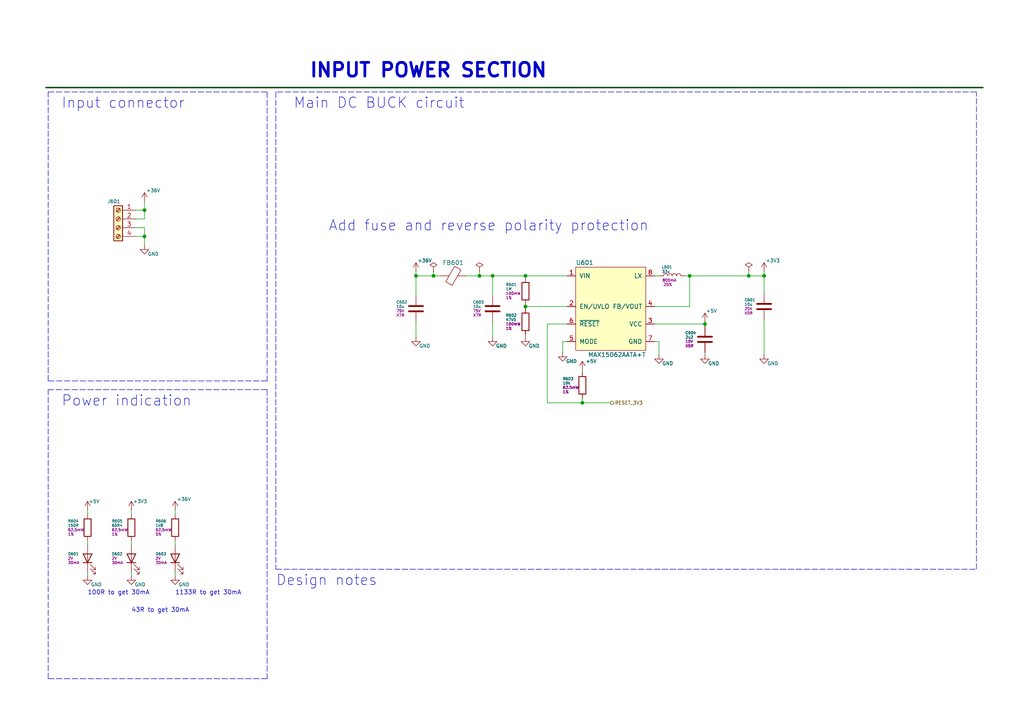
<source format=kicad_sch>
(kicad_sch (version 20211123) (generator eeschema)
  (paper "A4")
  (title_block (title "TMC6200-TA-T Eval Board") (date "2021-09-03") (rev "${REVISION}") (company "${COMPANY}") (comment 1 "${ENGINEER}") (comment 2 "${PHONE_NUMBER}") (comment 3 "${EMAIL}") (comment 4 "${SENTENCE}"))
  (lib_symbols
    (symbol "Connector:Screw_Terminal_01x04" (pin_names (offset 1.016) hide)
      (property "Reference" "J" (at 0 5.08 0))
      (property "Value" "Screw_Terminal_01x04" (at 0 -7.62 0))
      (symbol "Screw_Terminal_01x04_1_1"
        (rectangle (start -1.27 3.81) (end 1.27 -6.35) (stroke (width 0.254)) (fill (type background)))
        (circle (center 0 -5.08) (radius 0.635) (stroke (width 0.1524)))
        (circle (center 0 -2.54) (radius 0.635) (stroke (width 0.1524)))
        (polyline (pts (xy -0.5334 -4.7498) (xy 0.3302 -5.588)) (stroke (width 0.1524)))
        (polyline (pts (xy -0.5334 -2.2098) (xy 0.3302 -3.048)) (stroke (width 0.1524)))
        (polyline (pts (xy -0.5334 0.3302) (xy 0.3302 -0.508)) (stroke (width 0.1524)))
        (polyline (pts (xy -0.5334 2.8702) (xy 0.3302 2.032)) (stroke (width 0.1524)))
        (polyline (pts (xy -0.3556 -4.572) (xy 0.508 -5.4102)) (stroke (width 0.1524)))
        (polyline (pts (xy -0.3556 -2.032) (xy 0.508 -2.8702)) (stroke (width 0.1524)))
        (polyline (pts (xy -0.3556 0.508) (xy 0.508 -0.3302)) (stroke (width 0.1524)))
        (polyline (pts (xy -0.3556 3.048) (xy 0.508 2.2098)) (stroke (width 0.1524)))
        (circle (center 0 0) (radius 0.635) (stroke (width 0.1524)))
        (circle (center 0 2.54) (radius 0.635) (stroke (width 0.1524)))
        (pin passive line (at -5.08 2.54 0) (length 3.81) (name "Pin_1") (number "1"))
        (pin passive line (at -5.08 0 0) (length 3.81) (name "Pin_2") (number "2"))
        (pin passive line (at -5.08 -2.54 0) (length 3.81) (name "Pin_3") (number "3"))
        (pin passive line (at -5.08 -5.08 0) (length 3.81) (name "Pin_4") (number "4"))
      )
    )
    (symbol "Device:C" (pin_numbers hide) (pin_names (offset 0.254))
      (property "Reference" "C" (at 0.635 2.54 0))
      (property "Value" "C" (at 0.635 -2.54 0))
      (symbol "C_0_1"
        (polyline (pts (xy -2.032 -0.762) (xy 2.032 -0.762)) (stroke (width 0.508)))
        (polyline (pts (xy -2.032 0.762) (xy 2.032 0.762)) (stroke (width 0.508)))
      )
      (symbol "C_1_1"
        (pin passive line (at 0 3.81 270) (length 2.794) (name "~") (number "1"))
        (pin passive line (at 0 -3.81 90) (length 2.794) (name "~") (number "2"))
      )
    )
    (symbol "Device:Ferrite_Bead" (pin_numbers hide) (pin_names (offset 0))
      (property "Reference" "FB" (at -3.81 0.635 90))
      (property "Value" "Device_Ferrite_Bead" (at 3.81 0 90))
      (symbol "Ferrite_Bead_0_1"
        (polyline (pts (xy 0 -1.27) (xy 0 -1.2192)))
        (polyline (pts (xy 0 1.27) (xy 0 1.2954)))
        (polyline (pts (xy -2.7686 0.4064) (xy -1.7018 2.2606) (xy 2.7686 -0.3048) (xy 1.6764 -2.159) (xy -2.7686 0.4064)))
      )
      (symbol "Ferrite_Bead_1_1"
        (pin passive line (at 0 3.81 270) (length 2.54) (name "~") (number "1"))
        (pin passive line (at 0 -3.81 90) (length 2.54) (name "~") (number "2"))
      )
    )
    (symbol "Device:L" (pin_numbers hide) (pin_names (offset 1.016) hide)
      (property "Reference" "L" (at -1.27 0 90))
      (property "Value" "L" (at 1.905 0 90))
      (symbol "L_0_1"
        (arc (start 0 -2.54) (mid 0.635 -1.905) (end 0 -1.27))
        (arc (start 0 -1.27) (mid 0.635 -0.635) (end 0 0))
        (arc (start 0 0) (mid 0.635 0.635) (end 0 1.27))
        (arc (start 0 1.27) (mid 0.635 1.905) (end 0 2.54))
      )
      (symbol "L_1_1"
        (pin passive line (at 0 3.81 270) (length 1.27) (name "1") (number "1"))
        (pin passive line (at 0 -3.81 90) (length 1.27) (name "2") (number "2"))
      )
    )
    (symbol "Device:LED" (pin_numbers hide) (pin_names (offset 1.016) hide)
      (property "Reference" "D" (at 0 2.54 0))
      (property "Value" "LED" (at 0 -2.54 0))
      (symbol "LED_0_1"
        (polyline (pts (xy -1.27 -1.27) (xy -1.27 1.27)) (stroke (width 0.254)))
        (polyline (pts (xy -1.27 0) (xy 1.27 0)))
        (polyline (pts (xy 1.27 -1.27) (xy 1.27 1.27) (xy -1.27 0) (xy 1.27 -1.27)) (stroke (width 0.254)))
        (polyline (pts (xy -3.048 -0.762) (xy -4.572 -2.286) (xy -3.81 -2.286) (xy -4.572 -2.286) (xy -4.572 -1.524)))
        (polyline (pts (xy -1.778 -0.762) (xy -3.302 -2.286) (xy -2.54 -2.286) (xy -3.302 -2.286) (xy -3.302 -1.524)))
      )
      (symbol "LED_1_1"
        (pin passive line (at -3.81 0 0) (length 2.54) (name "K") (number "1"))
        (pin passive line (at 3.81 0 180) (length 2.54) (name "A") (number "2"))
      )
    )
    (symbol "Device:R" (pin_numbers hide) (pin_names (offset 0))
      (property "Reference" "R" (at 2.032 0 90))
      (property "Value" "R" (at 0 0 90))
      (symbol "R_0_1"
        (rectangle (start -1.016 -2.54) (end 1.016 2.54) (stroke (width 0.254)))
      )
      (symbol "R_1_1"
        (pin passive line (at 0 3.81 270) (length 1.27) (name "~") (number "1"))
        (pin passive line (at 0 -3.81 90) (length 1.27) (name "~") (number "2"))
      )
    )
    (symbol "E-Load-cache:power_PWR_FLAG" (power) (pin_numbers hide) (pin_names (offset 0) hide)
      (property "Value" "power_PWR_FLAG" (at 0 3.81 0))
      (symbol "power_PWR_FLAG_0_0"
        (pin power_out line (at 0 0 90) (length 0) (name "pwr") (number "1"))
      )
      (symbol "power_PWR_FLAG_0_1"
        (polyline (pts (xy 0 0) (xy 0 1.27) (xy -1.016 1.905) (xy 0 2.54) (xy 1.016 1.905) (xy 0 1.27)))
      )
    )
    (symbol "eval_board_tmc6200-ta-rescue:MAX15062BATA+T-eval_board_tmc6200-ta" (pin_names (offset 1.016))
      (property "Reference" "U" (at 0 1.27 0))
      (property "Value" "MAX15062BATA+T-eval_board_tmc6200-ta" (at 20.32 -25.4 0))
      (symbol "MAX15062BATA+T-eval_board_tmc6200-ta_0_1"
        (rectangle (start 0 0) (end 20.32 -24.13) (fill (type background)))
      )
      (symbol "MAX15062BATA+T-eval_board_tmc6200-ta_1_1"
        (pin power_in line (at -2.54 -2.54 0) (length 2.54) (name "VIN") (number "1"))
        (pin input line (at -2.54 -11.43 0) (length 2.54) (name "EN/UVLO") (number "2"))
        (pin power_out line (at 22.86 -16.51 180) (length 2.54) (name "VCC") (number "3"))
        (pin input line (at 22.86 -11.43 180) (length 2.54) (name "FB/VOUT") (number "4"))
        (pin input line (at -2.54 -21.59 0) (length 2.54) (name "MODE") (number "5"))
        (pin open_collector line (at -2.54 -16.51 0) (length 2.54) (name "~{RESET}") (number "6"))
        (pin power_in line (at 22.86 -21.59 180) (length 2.54) (name "GND") (number "7"))
        (pin power_out line (at 22.86 -2.54 180) (length 2.54) (name "LX") (number "8"))
      )
    )
    (symbol "power:+3.3V" (power) (pin_names (offset 0))
      (property "Value" "+3.3V" (at 0 3.556 0))
      (symbol "+3.3V_0_1"
        (polyline (pts (xy -0.762 1.27) (xy 0 2.54)))
        (polyline (pts (xy 0 0) (xy 0 2.54)))
        (polyline (pts (xy 0 2.54) (xy 0.762 1.27)))
      )
      (symbol "+3.3V_1_1"
        (pin power_in line (at 0 0 90) (length 0) hide (name "+3V3") (number "1"))
      )
    )
    (symbol "power:+36V" (power) (pin_names (offset 0))
      (property "Value" "+36V" (at 0 3.556 0))
      (symbol "+36V_0_1"
        (polyline (pts (xy -0.762 1.27) (xy 0 2.54)))
        (polyline (pts (xy 0 0) (xy 0 2.54)))
        (polyline (pts (xy 0 2.54) (xy 0.762 1.27)))
      )
      (symbol "+36V_1_1"
        (pin power_in line (at 0 0 90) (length 0) hide (name "+36V") (number "1"))
      )
    )
    (symbol "power:+5V" (power) (pin_names (offset 0))
      (property "Value" "+5V" (at 0 3.556 0))
      (symbol "+5V_0_1"
        (polyline (pts (xy -0.762 1.27) (xy 0 2.54)))
        (polyline (pts (xy 0 0) (xy 0 2.54)))
        (polyline (pts (xy 0 2.54) (xy 0.762 1.27)))
      )
      (symbol "+5V_1_1"
        (pin power_in line (at 0 0 90) (length 0) hide (name "+5V") (number "1"))
      )
    )
    (symbol "power:GND" (power) (pin_names (offset 0))
      (property "Value" "GND" (at 0 -3.81 0))
      (symbol "GND_0_1"
        (polyline (pts (xy 0 0) (xy 0 -1.27) (xy 1.27 -1.27) (xy 0 -2.54) (xy -1.27 -1.27) (xy 0 -1.27)))
      )
      (symbol "GND_1_1"
        (pin power_in line (at 0 0 270) (length 0) hide (name "GND") (number "1"))
      )
    )
  )
  (junction (at 221.615 80.01))
  (junction (at 152.4 80.01))
  (junction (at 41.91 68.58))
  (junction (at 120.65 80.01))
  (junction (at 139.065 80.01))
  (junction (at 217.17 80.01))
  (junction (at 200.025 80.01))
  (junction (at 125.73 80.01))
  (junction (at 152.4 88.9))
  (junction (at 142.875 80.01))
  (junction (at 204.47 93.98))
  (junction (at 168.91 116.84))
  (junction (at 41.91 60.96))
  (wire (pts (xy 38.1 147.955) (xy 38.1 149.225)))
  (wire (pts (xy 191.135 99.06) (xy 191.135 102.87)))
  (wire (pts (xy 139.065 78.74) (xy 139.065 80.01)))
  (wire (pts (xy 168.91 116.84) (xy 158.75 116.84)))
  (wire (pts (xy 168.91 115.57) (xy 168.91 116.84)))
  (polyline (pts (xy 283.21 165.1) (xy 283.21 26.67)))
  (polyline (pts (xy 13.335 25.4) (xy 285.115 25.4)) (stroke (width 0.4064) (type solid) (color 0 72 0 1)))
  (wire (pts (xy 120.65 85.725) (xy 120.65 80.01)))
  (wire (pts (xy 142.875 97.79) (xy 142.875 93.345)))
  (wire (pts (xy 139.065 80.01) (xy 142.875 80.01)))
  (wire (pts (xy 200.025 80.01) (xy 217.17 80.01)))
  (wire (pts (xy 168.91 116.84) (xy 177.165 116.84)))
  (wire (pts (xy 120.65 97.79) (xy 120.65 93.345)))
  (wire (pts (xy 204.47 93.98) (xy 189.865 93.98)))
  (wire (pts (xy 158.75 93.98) (xy 158.75 116.84)))
  (wire (pts (xy 41.91 68.58) (xy 41.91 66.04)))
  (polyline (pts (xy 13.97 196.85) (xy 13.97 113.03)))
  (wire (pts (xy 142.875 80.01) (xy 142.875 85.725)))
  (wire (pts (xy 120.65 80.01) (xy 125.73 80.01)))
  (wire (pts (xy 152.4 80.01) (xy 142.875 80.01)))
  (wire (pts (xy 204.47 93.345) (xy 204.47 93.98)))
  (polyline (pts (xy 13.97 110.49) (xy 13.97 26.67)))
  (wire (pts (xy 217.17 78.74) (xy 217.17 80.01)))
  (wire (pts (xy 221.615 80.01) (xy 221.615 85.09)))
  (wire (pts (xy 152.4 88.9) (xy 152.4 88.265)))
  (wire (pts (xy 189.865 88.9) (xy 200.025 88.9)))
  (wire (pts (xy 198.755 80.01) (xy 200.025 80.01)))
  (wire (pts (xy 204.47 94.615) (xy 204.47 93.98)))
  (polyline (pts (xy 80.01 26.67) (xy 80.01 165.1)))
  (wire (pts (xy 41.91 58.42) (xy 41.91 60.96)))
  (polyline (pts (xy 13.97 113.03) (xy 77.47 113.03)))
  (wire (pts (xy 204.47 102.87) (xy 204.47 102.235)))
  (wire (pts (xy 168.91 107.315) (xy 168.91 107.95)))
  (wire (pts (xy 152.4 97.79) (xy 152.4 97.155)))
  (wire (pts (xy 164.465 88.9) (xy 152.4 88.9)))
  (wire (pts (xy 125.73 78.74) (xy 125.73 80.01)))
  (wire (pts (xy 221.615 92.71) (xy 221.615 102.87)))
  (wire (pts (xy 25.4 165.735) (xy 25.4 167.005)))
  (polyline (pts (xy 77.47 110.49) (xy 13.97 110.49)))
  (wire (pts (xy 191.135 80.01) (xy 189.865 80.01)))
  (wire (pts (xy 50.8 147.955) (xy 50.8 149.225)))
  (wire (pts (xy 41.91 71.12) (xy 41.91 68.58)))
  (polyline (pts (xy 283.21 26.67) (xy 80.01 26.67)))
  (wire (pts (xy 221.615 78.74) (xy 221.615 80.01)))
  (wire (pts (xy 38.1 165.735) (xy 38.1 167.005)))
  (wire (pts (xy 163.195 102.235) (xy 163.195 99.06)))
  (wire (pts (xy 120.65 80.01) (xy 120.65 78.74)))
  (wire (pts (xy 41.91 60.96) (xy 39.37 60.96)))
  (wire (pts (xy 25.4 147.955) (xy 25.4 149.225)))
  (polyline (pts (xy 77.47 113.03) (xy 77.47 196.85)))
  (wire (pts (xy 38.1 158.115) (xy 38.1 156.845)))
  (wire (pts (xy 189.865 99.06) (xy 191.135 99.06)))
  (wire (pts (xy 25.4 158.115) (xy 25.4 156.845)))
  (wire (pts (xy 164.465 93.98) (xy 158.75 93.98)))
  (wire (pts (xy 41.91 68.58) (xy 39.37 68.58)))
  (wire (pts (xy 135.255 80.01) (xy 139.065 80.01)))
  (wire (pts (xy 41.91 60.96) (xy 41.91 63.5)))
  (wire (pts (xy 152.4 89.535) (xy 152.4 88.9)))
  (polyline (pts (xy 77.47 26.67) (xy 77.47 110.49)))
  (wire (pts (xy 217.17 80.01) (xy 221.615 80.01)))
  (polyline (pts (xy 77.47 196.85) (xy 13.97 196.85)))
  (polyline (pts (xy 80.01 165.1) (xy 283.21 165.1)))
  (polyline (pts (xy 13.97 26.67) (xy 77.47 26.67)))
  (wire (pts (xy 41.91 66.04) (xy 39.37 66.04)))
  (wire (pts (xy 152.4 80.645) (xy 152.4 80.01)))
  (wire (pts (xy 164.465 99.06) (xy 163.195 99.06)))
  (wire (pts (xy 41.91 63.5) (xy 39.37 63.5)))
  (wire (pts (xy 200.025 80.01) (xy 200.025 88.9)))
  (wire (pts (xy 125.73 80.01) (xy 127.635 80.01)))
  (wire (pts (xy 50.8 158.115) (xy 50.8 156.845)))
  (wire (pts (xy 50.8 165.735) (xy 50.8 167.005)))
  (wire (pts (xy 164.465 80.01) (xy 152.4 80.01)))
  (text "1133R to get 30mA" (at 50.8 172.72 0) (effects (font (size 1.27 1.27)) (justify left bottom)))
  (text "Main DC BUCK circuit" (at 85.09 31.75 0) (effects (font (size 2.9972 2.9972)) (justify left bottom)))
  (text "Power indication" (at 17.78 118.11 0) (effects (font (size 2.9972 2.9972)) (justify left bottom)))
  (text "Add fuse and reverse polarity protection" (at 95.25 67.31 0) (effects (font (size 2.9972 2.9972)) (justify left bottom)))
  (text "Input connector" (at 17.78 31.75 0) (effects (font (size 2.9972 2.9972)) (justify left bottom)))
  (text "Design notes" (at 80.01 170.18 0) (effects (font (size 2.9972 2.9972)) (justify left bottom)))
  (text "INPUT POWER SECTION" (at 89.535 22.86 0) (effects (font (size 3.9878 3.9878) (thickness 0.7976) bold) (justify left bottom)))
  (text "100R to get 30mA" (at 25.4 172.72 0) (effects (font (size 1.27 1.27)) (justify left bottom)))
  (text "43R to get 30mA" (at 38.1 177.8 0) (effects (font (size 1.27 1.27)) (justify left bottom)))
  (hierarchical_label "RESET_3V3" (shape output) (at 177.165 116.84 0) (effects (font (size 0.9906 0.9906))))
  (symbol (lib_id "E-Load-cache:power_PWR_FLAG") (at 125.73 78.74 0) (unit 1)
    (property "Reference" "#FLG0601" (effects hide))
    (property "Value" "power_PWR_FLAG" (effects hide))
  )
  (symbol (lib_id "E-Load-cache:power_PWR_FLAG") (at 217.17 78.74 0) (unit 1)
    (property "Reference" "#FLG0603" (effects hide))
    (property "Value" "power_PWR_FLAG" (effects hide))
  )
  (symbol (lib_id "Device:R") (at 168.91 111.76 0) (mirror x) (unit 1)
    (property "Reference" "R603" (at 163.195 109.855 0) (effects (font (size 0.7874 0.7874)) (justify left)))
    (property "Value" "10k" (at 163.195 111.125 0) (effects (font (size 0.7874 0.7874)) (justify left)))
    (property "Footprint" "Resistor_SMD:R_0402_1005Metric" (effects hide))
    (property "Datasheet" "https://pl.mouser.com/datasheet/2/447/PYu_RC_Group_51_RoHS_L_10-1664068.pdf" (effects hide))
    (property "Manufacturer" "Yageo " (effects hide))
    (property "Package" "0402" (effects hide))
    (property "Part Number" "RC0402FR-0710KL" (effects hide))
    (property "Nominal Power" "62.5mW" (at 163.195 112.395 0) (effects (font (size 0.7874 0.7874)) (justify left)))
    (property "Tolerance" "1%" (at 163.195 113.665 0) (effects (font (size 0.7874 0.7874)) (justify left)))
    (property "Voltage" "50V" (effects hide))
    (property "Type" "Thick Film" (effects hide))
    (property "TempCo" "100PPM/C" (effects hide))
  )
  (symbol (lib_id "Device:R") (at 152.4 84.455 0) (mirror x) (unit 1)
    (property "Reference" "R601" (at 146.685 82.55 0) (effects (font (size 0.7874 0.7874)) (justify left)))
    (property "Value" "1M" (at 146.685 83.82 0) (effects (font (size 0.7874 0.7874)) (justify left)))
    (property "Footprint" "Resistor_SMD:R_0603_1608Metric" (effects hide))
    (property "Datasheet" "https://pl.mouser.com/datasheet/2/427/crcwce3-1762584.pdf" (effects hide))
    (property "Manufacturer" "Vishay / Dale" (effects hide))
    (property "Package" "0603" (effects hide))
    (property "Part Number" "CRCW06031M00FKEAC" (effects hide))
    (property "Nominal Power" "100mW" (at 146.685 85.09 0) (effects (font (size 0.7874 0.7874)) (justify left)))
    (property "Tolerance" "1%" (at 146.685 86.36 0) (effects (font (size 0.7874 0.7874)) (justify left)))
    (property "Voltage" "75V" (effects hide))
    (property "Type" "Thick Film" (effects hide))
    (property "TempCo" "100PPM/C" (effects hide))
  )
  (symbol (lib_id "Device:R") (at 152.4 93.345 0) (mirror x) (unit 1)
    (property "Reference" "R602" (at 146.685 91.44 0) (effects (font (size 0.7874 0.7874)) (justify left)))
    (property "Value" "47k5" (at 146.685 92.71 0) (effects (font (size 0.7874 0.7874)) (justify left)))
    (property "Footprint" "Resistor_SMD:R_0603_1608Metric" (effects hide))
    (property "Datasheet" "https://pl.mouser.com/datasheet/2/427/crcwce3-1762584.pdf" (effects hide))
    (property "Manufacturer" "Vishay / Dale" (effects hide))
    (property "Package" "0603" (effects hide))
    (property "Part Number" "CRCW060347K5FKEAC" (effects hide))
    (property "Nominal Power" "100mW" (at 146.685 93.98 0) (effects (font (size 0.7874 0.7874)) (justify left)))
    (property "Tolerance" "1%" (at 146.685 95.25 0) (effects (font (size 0.7874 0.7874)) (justify left)))
    (property "Voltage" "75V" (effects hide))
    (property "Type" "Thick Film" (effects hide))
    (property "TempCo" "100PPM/C" (effects hide))
  )
  (symbol (lib_id "Device:LED") (at 38.1 161.925 90) (unit 1)
    (property "Reference" "D602" (at 32.385 160.655 90) (effects (font (size 0.7874 0.7874)) (justify right)))
    (property "Value" "LED" (effects hide))
    (property "Footprint" "Diode_SMD:D_0402_1005Metric" (effects hide))
    (property "Datasheet" "https://pl.mouser.com/datasheet/2/445/150040VS73240-1715045.pdf" (effects hide))
    (property "Manufacturer" "Wurth Elektronik" (effects hide))
    (property "Package" "0402" (effects hide))
    (property "Description" "Standard LEDs - SMD WL-SMCC SMD MonoChip LED 0402 BrtGrn572nm " (effects hide))
    (property "Part Number" "150040VS73240" (effects hide))
    (property "Color" "Green" (effects hide))
    (property "Forward Current" "30mA" (at 32.385 163.195 90) (effects (font (size 0.7874 0.7874)) (justify right)))
    (property "Forward Voltage" "2V" (at 32.385 161.925 90) (effects (font (size 0.7874 0.7874)) (justify right)))
  )
  (symbol (lib_id "Device:LED") (at 50.8 161.925 90) (unit 1)
    (property "Reference" "D603" (at 45.085 160.655 90) (effects (font (size 0.7874 0.7874)) (justify right)))
    (property "Value" "LED" (effects hide))
    (property "Footprint" "Diode_SMD:D_0402_1005Metric" (effects hide))
    (property "Datasheet" "https://pl.mouser.com/datasheet/2/445/150040VS73240-1715045.pdf" (effects hide))
    (property "Manufacturer" "Wurth Elektronik" (effects hide))
    (property "Package" "0402" (effects hide))
    (property "Description" "Standard LEDs - SMD WL-SMCC SMD MonoChip LED 0402 BrtGrn572nm " (effects hide))
    (property "Part Number" "150040VS73240" (effects hide))
    (property "Color" "Green" (effects hide))
    (property "Forward Current" "30mA" (at 45.085 163.195 90) (effects (font (size 0.7874 0.7874)) (justify right)))
    (property "Forward Voltage" "2V" (at 45.085 161.925 90) (effects (font (size 0.7874 0.7874)) (justify right)))
  )
  (symbol (lib_id "Device:R") (at 38.1 153.035 0) (mirror x) (unit 1)
    (property "Reference" "R605" (at 32.385 151.13 0) (effects (font (size 0.7874 0.7874)) (justify left)))
    (property "Value" "60R4" (at 32.385 152.4 0) (effects (font (size 0.7874 0.7874)) (justify left)))
    (property "Footprint" "Resistor_SMD:R_0402_1005Metric" (effects hide))
    (property "Datasheet" "https://pl.mouser.com/datasheet/2/447/PYu_RC_Group_51_RoHS_L_10-1664068.pdf" (effects hide))
    (property "Manufacturer" "YAGEO" (effects hide))
    (property "Package" "0402" (effects hide))
    (property "Part Number" "RC0402FR-0760R4L" (effects hide))
    (property "Nominal Power" "62.5mW" (at 32.385 153.67 0) (effects (font (size 0.7874 0.7874)) (justify left)))
    (property "Tolerance" "1%" (at 32.385 154.94 0) (effects (font (size 0.7874 0.7874)) (justify left)))
    (property "Voltage" "50V" (effects hide))
    (property "Type" "Thick Film" (effects hide))
    (property "TempCo" "100PPM/C" (effects hide))
  )
  (symbol (lib_id "Device:R") (at 25.4 153.035 0) (mirror x) (unit 1)
    (property "Reference" "R604" (at 19.685 151.13 0) (effects (font (size 0.7874 0.7874)) (justify left)))
    (property "Value" "150R" (at 19.685 152.4 0) (effects (font (size 0.7874 0.7874)) (justify left)))
    (property "Footprint" "Resistor_SMD:R_0402_1005Metric" (effects hide))
    (property "Datasheet" "https://pl.mouser.com/datasheet/2/447/PYu_RC_Group_51_RoHS_L_10-1664068.pdf" (effects hide))
    (property "Manufacturer" "YAGEO" (effects hide))
    (property "Package" "0402" (effects hide))
    (property "Part Number" "RC0402FR-7D150RL" (effects hide))
    (property "Nominal Power" "62.5mW" (at 19.685 153.67 0) (effects (font (size 0.7874 0.7874)) (justify left)))
    (property "Tolerance" "1%" (at 19.685 154.94 0) (effects (font (size 0.7874 0.7874)) (justify left)))
    (property "Voltage" "50V" (effects hide))
    (property "Type" "Thick Film" (effects hide))
    (property "TempCo" "100PPM/C" (effects hide))
  )
  (symbol (lib_id "Device:R") (at 50.8 153.035 0) (mirror x) (unit 1)
    (property "Reference" "R606" (at 45.085 151.13 0) (effects (font (size 0.7874 0.7874)) (justify left)))
    (property "Value" "1k8" (at 45.085 152.4 0) (effects (font (size 0.7874 0.7874)) (justify left)))
    (property "Footprint" "Resistor_SMD:R_0402_1005Metric" (effects hide))
    (property "Datasheet" "https://pl.mouser.com/datasheet/2/447/PYu_RC_Group_51_RoHS_L_10-1664068.pdf" (effects hide))
    (property "Manufacturer" "YAGEO" (effects hide))
    (property "Package" "0402" (effects hide))
    (property "Part Number" "RC0402JR-071K8L" (effects hide))
    (property "Nominal Power" "62.5mW" (at 45.085 153.67 0) (effects (font (size 0.7874 0.7874)) (justify left)))
    (property "Tolerance" "5%" (at 45.085 154.94 0) (effects (font (size 0.7874 0.7874)) (justify left)))
    (property "Voltage" "50V" (effects hide))
    (property "Type" "Thick Film" (effects hide))
    (property "TempCo" "100PPM/C" (effects hide))
  )
  (symbol (lib_id "E-Load-cache:power_PWR_FLAG") (at 139.065 78.74 0) (unit 1)
    (property "Reference" "#FLG0602" (effects hide))
    (property "Value" "power_PWR_FLAG" (effects hide))
  )
  (symbol (lib_id "eval_board_tmc6200-ta-rescue:MAX15062BATA+T-eval_board_tmc6200-ta") (at 167.005 77.47 0) (unit 1)
    (property "Reference" "U601" (at 167.005 76.2 0) (effects (justify left)))
    (property "Value" "MAX15062AATA+T" (at 187.325 102.87 0) (effects (justify right)))
    (property "Footprint" "eval_board_tmc6200-ta:MAX15062AATA+T_TDFN-8" (effects hide))
    (property "Datasheet" "https://pl.mouser.com/datasheet/2/256/MAX15062-257927.pdf" (effects hide))
  )
  (symbol (lib_id "power:GND") (at 191.135 102.87 0) (unit 1)
    (property "Reference" "#PWR0610" (effects hide))
    (property "Value" "GND" (at 193.675 105.41 0) (effects (font (size 0.9906 0.9906))))
  )
  (symbol (lib_id "Device:C") (at 142.875 89.535 0) (unit 1)
    (property "Reference" "C603" (at 137.16 87.63 0) (effects (font (size 0.7874 0.7874)) (justify left)))
    (property "Value" "10u" (at 137.16 88.9 0) (effects (font (size 0.7874 0.7874)) (justify left)))
    (property "Footprint" "Capacitor_SMD:C_1210_3225Metric" (effects hide))
    (property "Datasheet" "https://product.tdk.com/system/files/dam/doc/product/capacitor/ceramic/mlcc/catalog/mlcc_commercial_general_en.pdf" (effects hide))
    (property "Manufacturer" "TDK" (effects hide))
    (property "Package" "1210" (effects hide))
    (property "Part Number" "C3225X7R1N106K250AC " (effects hide))
    (property "Description" "Multilayer Ceramic Capacitors MLCC - SMD/SMT 1210 75VDC 10uF 10% X7R " (effects hide))
    (property "DC Voltage" "75V" (at 137.16 90.17 0) (effects (font (size 0.7874 0.7874)) (justify left)))
    (property "Isolation Material" "X7R" (at 137.16 91.44 0) (effects (font (size 0.7874 0.7874)) (justify left)))
    (property "Tolerance" "10%" (effects hide))
    (property "Class" "Class 2" (effects hide))
  )
  (symbol (lib_id "power:GND") (at 142.875 97.79 0) (unit 1)
    (property "Reference" "#PWR0607" (effects hide))
    (property "Value" "GND" (at 145.415 100.33 0) (effects (font (size 0.9906 0.9906))))
  )
  (symbol (lib_id "Device:Ferrite_Bead") (at 131.445 80.01 270) (unit 1)
    (property "Reference" "FB601" (at 131.445 76.2 90))
    (property "Value" "Ferrite_Bead" (effects hide))
    (property "Footprint" "Resistor_SMD:R_0603_1608Metric" (effects hide))
  )
  (symbol (lib_id "Device:C") (at 120.65 89.535 0) (unit 1)
    (property "Reference" "C602" (at 114.935 87.63 0) (effects (font (size 0.7874 0.7874)) (justify left)))
    (property "Value" "10u" (at 114.935 88.9 0) (effects (font (size 0.7874 0.7874)) (justify left)))
    (property "Footprint" "Capacitor_SMD:C_1210_3225Metric" (effects hide))
    (property "Datasheet" "https://product.tdk.com/system/files/dam/doc/product/capacitor/ceramic/mlcc/catalog/mlcc_commercial_general_en.pdf" (effects hide))
    (property "Manufacturer" "TDK" (effects hide))
    (property "Package" "1210" (effects hide))
    (property "Part Number" "C3225X7R1N106K250AC " (effects hide))
    (property "Description" "Multilayer Ceramic Capacitors MLCC - SMD/SMT 1210 75VDC 10uF 10% X7R " (effects hide))
    (property "DC Voltage" "75V" (at 114.935 90.17 0) (effects (font (size 0.7874 0.7874)) (justify left)))
    (property "Isolation Material" "X7R" (at 114.935 91.44 0) (effects (font (size 0.7874 0.7874)) (justify left)))
    (property "Tolerance" "10%" (effects hide))
    (property "Class" "Class 2" (effects hide))
  )
  (symbol (lib_id "power:GND") (at 152.4 97.79 0) (unit 1)
    (property "Reference" "#PWR0608" (effects hide))
    (property "Value" "GND" (at 154.94 100.33 0) (effects (font (size 0.9906 0.9906))))
  )
  (symbol (lib_id "power:GND") (at 163.195 102.235 0) (unit 1)
    (property "Reference" "#PWR0609" (effects hide))
    (property "Value" "GND" (at 165.735 104.775 0) (effects (font (size 0.9906 0.9906))))
  )
  (symbol (lib_id "Device:C") (at 204.47 98.425 0) (unit 1)
    (property "Reference" "C604" (at 198.755 96.52 0) (effects (font (size 0.7874 0.7874)) (justify left)))
    (property "Value" "2u2" (at 198.755 97.79 0) (effects (font (size 0.7874 0.7874)) (justify left)))
    (property "Footprint" "Capacitor_SMD:C_0603_1608Metric" (effects hide))
    (property "Datasheet" "https://pl.mouser.com/datasheet/2/396/taiyo_yuden_12132018_mlcc11_hq_e-1510082.pdf" (effects hide))
    (property "Manufacturer" "Taiyo Yuden " (effects hide))
    (property "Package" "0603" (effects hide))
    (property "Part Number" "LMK107BJ225KAHT" (effects hide))
    (property "Description" "Multilayer Ceramic Capacitors MLCC - SMD/SMT 0603 10VDC 2.2uF 10% X5R AEC-Q200 " (effects hide))
    (property "DC Voltage" "10V" (at 198.755 99.06 0) (effects (font (size 0.7874 0.7874)) (justify left)))
    (property "Isolation Material" "X5R" (at 198.755 100.33 0) (effects (font (size 0.7874 0.7874)) (justify left)))
    (property "Tolerance" "10%" (effects hide))
    (property "Class" "Class 2" (effects hide))
  )
  (symbol (lib_id "power:+5V") (at 204.47 93.345 0) (unit 1)
    (property "Reference" "#PWR0605" (effects hide))
    (property "Value" "+5V" (at 206.375 90.17 0) (effects (font (size 0.9906 0.9906))))
  )
  (symbol (lib_id "power:GND") (at 204.47 102.87 0) (unit 1)
    (property "Reference" "#PWR0611" (effects hide))
    (property "Value" "GND" (at 207.01 105.41 0) (effects (font (size 0.9906 0.9906))))
  )
  (symbol (lib_id "power:+5V") (at 168.91 107.315 0) (unit 1)
    (property "Reference" "#PWR0613" (effects hide))
    (property "Value" "+5V" (at 171.45 104.775 0) (effects (font (size 0.9906 0.9906))))
  )
  (symbol (lib_id "Device:C") (at 221.615 88.9 0) (unit 1)
    (property "Reference" "C601" (at 215.9 86.995 0) (effects (font (size 0.7874 0.7874)) (justify left)))
    (property "Value" "10u" (at 215.9 88.265 0) (effects (font (size 0.7874 0.7874)) (justify left)))
    (property "Footprint" "Capacitor_SMD:C_1206_3216Metric" (effects hide))
    (property "Datasheet" "https://pl.mouser.com/datasheet/2/585/MLCC-1837944.pdf" (effects hide))
    (property "Manufacturer" "Samsung Electro-Mechanics" (effects hide))
    (property "Package" "1206" (effects hide))
    (property "Part Number" "CL31A106KAHNNNE" (effects hide))
    (property "Description" "Multilayer Ceramic Capacitors MLCC - SMD/SMT 10uF+/-10% 25V X5R 3216" (effects hide))
    (property "DC Voltage" "25V" (at 215.9 89.535 0) (effects (font (size 0.7874 0.7874)) (justify left)))
    (property "Isolation Material" "X5R" (at 215.9 90.805 0) (effects (font (size 0.7874 0.7874)) (justify left)))
    (property "Tolerance" "20%" (effects hide))
    (property "Class" "Class 2" (effects hide))
  )
  (symbol (lib_id "power:GND") (at 221.615 102.87 0) (unit 1)
    (property "Reference" "#PWR0612" (effects hide))
    (property "Value" "GND" (at 224.155 105.41 0) (effects (font (size 0.9906 0.9906))))
  )
  (symbol (lib_id "Device:L") (at 194.945 80.01 90) (unit 1)
    (property "Reference" "L601" (at 194.945 77.47 90) (effects (font (size 0.7874 0.7874)) (justify left)))
    (property "Value" "33u" (at 194.31 78.74 90) (effects (font (size 0.7874 0.7874)) (justify left)))
    (property "Footprint" "Inductor_SMD:L_Coilcraft_XAL5030" (effects hide))
    (property "Datasheet" "https://pl.mouser.com/datasheet/2/396/wound04_e-1290968.pdf" (effects hide))
    (property "Manufacturer" "Taiyo Yuden" (effects hide))
    (property "Package" "5030" (effects hide))
    (property "Tolerance" "20%" (at 194.945 82.55 90) (effects (font (size 0.7874 0.7874)) (justify left)))
    (property "Max DC Current" "800mA" (at 196.215 81.28 90) (effects (font (size 0.7874 0.7874)) (justify left)))
    (property "Max DC Resistance" "292mR" (effects hide))
    (property "Saturation Current" "1.25A" (effects hide))
    (property "Autoresonance" "10MHz" (effects hide))
  )
  (symbol (lib_id "power:GND") (at 120.65 97.79 0) (unit 1)
    (property "Reference" "#PWR0606" (effects hide))
    (property "Value" "GND" (at 123.19 100.33 0) (effects (font (size 0.9906 0.9906))))
  )
  (symbol (lib_id "power:+36V") (at 120.65 78.74 0) (unit 1)
    (property "Reference" "#PWR0603" (effects hide))
    (property "Value" "+36V" (at 123.19 75.565 0) (effects (font (size 0.9906 0.9906))))
  )
  (symbol (lib_id "power:+3.3V") (at 221.615 78.74 0) (unit 1)
    (property "Reference" "#PWR0604" (effects hide))
    (property "Value" "+3.3V" (at 224.155 75.565 0) (effects (font (size 0.9906 0.9906))))
  )
  (symbol (lib_id "power:GND") (at 25.4 167.005 0) (unit 1)
    (property "Reference" "#PWR0617" (effects hide))
    (property "Value" "GND" (at 27.94 169.545 0) (effects (font (size 0.9906 0.9906))))
  )
  (symbol (lib_id "Device:LED") (at 25.4 161.925 90) (unit 1)
    (property "Reference" "D601" (at 19.685 160.655 90) (effects (font (size 0.7874 0.7874)) (justify right)))
    (property "Value" "LED" (effects hide))
    (property "Footprint" "Diode_SMD:D_0402_1005Metric" (effects hide))
    (property "Datasheet" "https://pl.mouser.com/datasheet/2/445/150040VS73240-1715045.pdf" (effects hide))
    (property "Manufacturer" "Wurth Elektronik" (effects hide))
    (property "Package" "0402" (effects hide))
    (property "Description" "Standard LEDs - SMD WL-SMCC SMD MonoChip LED 0402 BrtGrn572nm " (effects hide))
    (property "Part Number" "150040VS73240" (effects hide))
    (property "Color" "Green" (effects hide))
    (property "Forward Current" "30mA" (at 19.685 163.195 90) (effects (font (size 0.7874 0.7874)) (justify right)))
    (property "Forward Voltage" "2V" (at 19.685 161.925 90) (effects (font (size 0.7874 0.7874)) (justify right)))
  )
  (symbol (lib_id "power:GND") (at 38.1 167.005 0) (unit 1)
    (property "Reference" "#PWR0618" (effects hide))
    (property "Value" "GND" (at 40.64 169.545 0) (effects (font (size 0.9906 0.9906))))
  )
  (symbol (lib_id "power:+5V") (at 25.4 147.955 0) (unit 1)
    (property "Reference" "#PWR0614" (effects hide))
    (property "Value" "+5V" (at 27.305 145.415 0) (effects (font (size 0.9906 0.9906))))
  )
  (symbol (lib_id "power:+3.3V") (at 38.1 147.955 0) (unit 1)
    (property "Reference" "#PWR0615" (effects hide))
    (property "Value" "+3.3V" (at 40.64 145.415 0) (effects (font (size 0.9906 0.9906))))
  )
  (symbol (lib_id "Connector:Screw_Terminal_01x04") (at 34.29 63.5 0) (mirror y) (unit 1)
    (property "Reference" "J601" (at 33.02 58.42 0) (effects (font (size 0.9906 0.9906))))
    (property "Value" "Screw_Terminal_01x04" (effects hide))
    (property "Footprint" "Connector_PinSocket_2.54mm:PinSocket_1x04_P2.54mm_Vertical" (effects hide))
  )
  (symbol (lib_id "power:GND") (at 41.91 71.12 0) (unit 1)
    (property "Reference" "#PWR0602" (effects hide))
    (property "Value" "GND" (at 44.45 73.66 0) (effects (font (size 0.9906 0.9906))))
  )
  (symbol (lib_id "power:+36V") (at 41.91 58.42 0) (unit 1)
    (property "Reference" "#PWR0601" (effects hide))
    (property "Value" "+36V" (at 44.45 55.245 0) (effects (font (size 0.9906 0.9906))))
  )
  (symbol (lib_id "power:GND") (at 50.8 167.005 0) (unit 1)
    (property "Reference" "#PWR0619" (effects hide))
    (property "Value" "GND" (at 53.34 169.545 0) (effects (font (size 0.9906 0.9906))))
  )
  (symbol (lib_id "power:+36V") (at 50.8 147.955 0) (unit 1)
    (property "Reference" "#PWR0616" (effects hide))
    (property "Value" "+36V" (at 53.34 144.78 0) (effects (font (size 0.9906 0.9906))))
  )
)
</source>
